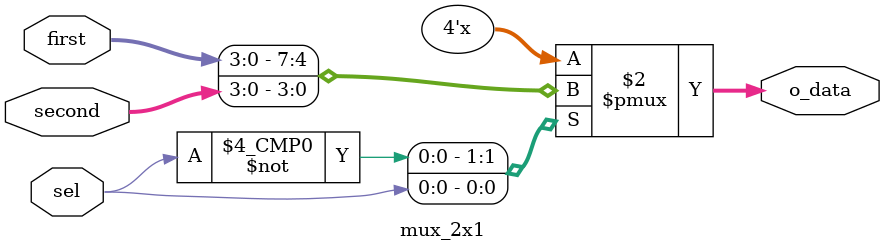
<source format=v>
`timescale 1ns / 1ps

module mux_2x1 #(
    parameter   WIDTH = 4
) (
    input                   sel,
    input       [WIDTH-1:0] first,
    input       [WIDTH-1:0] second,
    output reg  [WIDTH-1:0] o_data
);

    always @(*) begin
        case(sel)
            1'b0: o_data = first;
            1'b1: o_data = second;
            default: o_data = first;
        endcase
    end

endmodule

</source>
